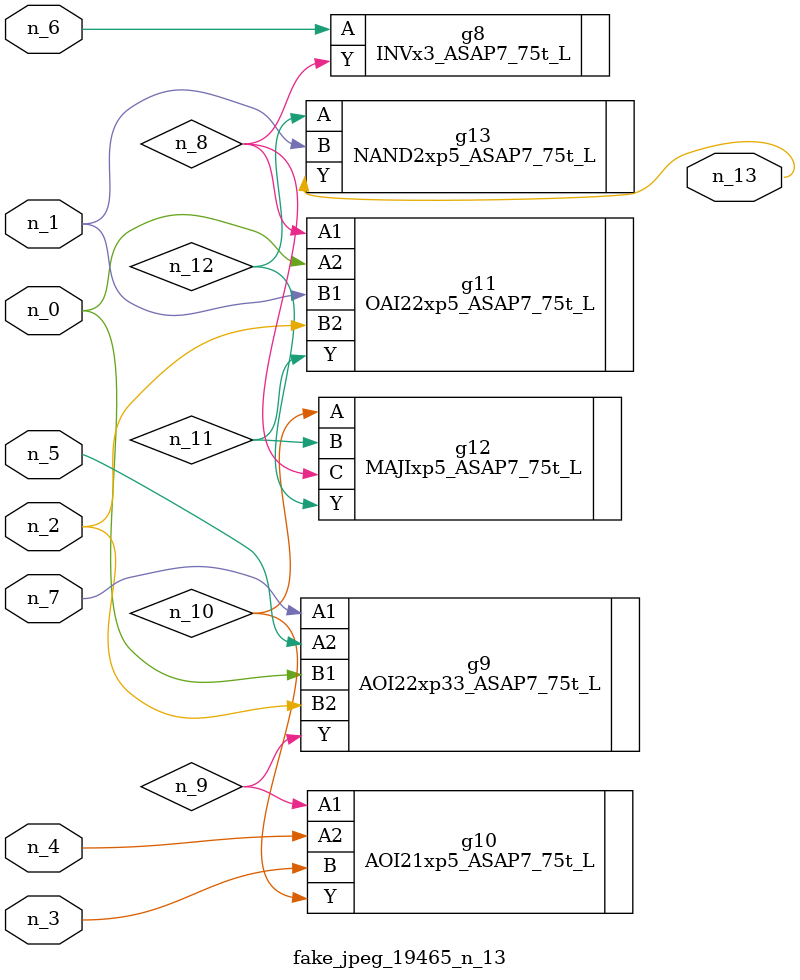
<source format=v>
module fake_jpeg_19465_n_13 (n_3, n_2, n_1, n_0, n_4, n_6, n_5, n_7, n_13);

input n_3;
input n_2;
input n_1;
input n_0;
input n_4;
input n_6;
input n_5;
input n_7;

output n_13;

wire n_11;
wire n_10;
wire n_12;
wire n_8;
wire n_9;

INVx3_ASAP7_75t_L g8 ( 
.A(n_6),
.Y(n_8)
);

AOI22xp33_ASAP7_75t_L g9 ( 
.A1(n_7),
.A2(n_5),
.B1(n_0),
.B2(n_2),
.Y(n_9)
);

AOI21xp5_ASAP7_75t_L g10 ( 
.A1(n_9),
.A2(n_4),
.B(n_3),
.Y(n_10)
);

MAJIxp5_ASAP7_75t_L g12 ( 
.A(n_10),
.B(n_11),
.C(n_8),
.Y(n_12)
);

OAI22xp5_ASAP7_75t_L g11 ( 
.A1(n_8),
.A2(n_0),
.B1(n_1),
.B2(n_2),
.Y(n_11)
);

NAND2xp5_ASAP7_75t_L g13 ( 
.A(n_12),
.B(n_1),
.Y(n_13)
);


endmodule
</source>
